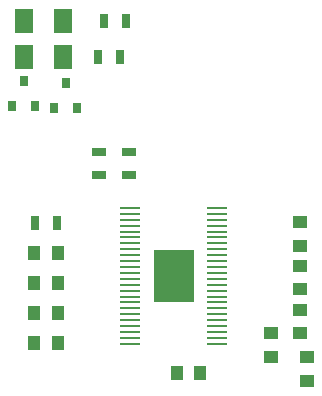
<source format=gtp>
G04 #@! TF.FileFunction,Paste,Top*
%FSLAX46Y46*%
G04 Gerber Fmt 4.6, Leading zero omitted, Abs format (unit mm)*
G04 Created by KiCad (PCBNEW (2015-07-25 BZR 5993)-product) date Sun 30 Aug 2015 03:09:10 PM PDT*
%MOMM*%
G01*
G04 APERTURE LIST*
%ADD10C,0.100000*%
%ADD11R,1.676400X0.279400*%
%ADD12R,3.479800X4.419600*%
%ADD13R,1.524000X2.032000*%
%ADD14R,0.797560X0.899160*%
%ADD15R,1.000000X1.250000*%
%ADD16R,1.250000X1.000000*%
%ADD17R,0.700000X1.300000*%
%ADD18R,1.300000X0.700000*%
G04 APERTURE END LIST*
D10*
G36*
X142748000Y-67487800D02*
X142748000Y-68757800D01*
X144297400Y-68757800D01*
X144297400Y-67487800D01*
X142748000Y-67487800D01*
G37*
G36*
X142748000Y-68961000D02*
X142748000Y-70231000D01*
X144297400Y-70231000D01*
X144297400Y-68961000D01*
X142748000Y-68961000D01*
G37*
G36*
X142748000Y-70434200D02*
X142748000Y-71704200D01*
X144297400Y-71704200D01*
X144297400Y-70434200D01*
X142748000Y-70434200D01*
G37*
G36*
X144500600Y-67487800D02*
X144500600Y-68757800D01*
X146050000Y-68757800D01*
X146050000Y-67487800D01*
X144500600Y-67487800D01*
G37*
G36*
X144500600Y-68961000D02*
X144500600Y-70231000D01*
X146050000Y-70231000D01*
X146050000Y-68961000D01*
X144500600Y-68961000D01*
G37*
G36*
X144500600Y-70434200D02*
X144500600Y-71704200D01*
X146050000Y-71704200D01*
X146050000Y-70434200D01*
X144500600Y-70434200D01*
G37*
D11*
X140728700Y-63846000D03*
X140728700Y-64345997D03*
X140728700Y-64845997D03*
X140728700Y-65345997D03*
X140728700Y-65845994D03*
X140728700Y-66345994D03*
X140728700Y-66845994D03*
X140728700Y-67345991D03*
X140728700Y-67845991D03*
X140728700Y-68345991D03*
X140728700Y-68845987D03*
X140728700Y-69346012D03*
X140728700Y-69845988D03*
X140728700Y-70346013D03*
X140728700Y-70846009D03*
X140728700Y-71346009D03*
X140728700Y-71846009D03*
X140728700Y-72346006D03*
X140728700Y-72846006D03*
X140728700Y-73346006D03*
X140728700Y-73846003D03*
X140728700Y-74346003D03*
X140728700Y-74846003D03*
X140728700Y-75346000D03*
X148069300Y-75346000D03*
X148069300Y-74846003D03*
X148069300Y-74346003D03*
X148069300Y-73846003D03*
X148069300Y-73346006D03*
X148069300Y-72846006D03*
X148069300Y-72346006D03*
X148069300Y-71846009D03*
X148069300Y-71346009D03*
X148069300Y-70846009D03*
X148069300Y-70346013D03*
X148069300Y-69845988D03*
X148069300Y-69346012D03*
X148069300Y-68845987D03*
X148069300Y-68345991D03*
X148069300Y-67845991D03*
X148069300Y-67345991D03*
X148069300Y-66845994D03*
X148069300Y-66345994D03*
X148069300Y-65845994D03*
X148069300Y-65345997D03*
X148069300Y-64845997D03*
X148069300Y-64345997D03*
X148069300Y-63846000D03*
D12*
X144399000Y-69596000D03*
D13*
X135001000Y-48006000D03*
X131699000Y-48006000D03*
X135001000Y-51054000D03*
X131699000Y-51054000D03*
D14*
X130749040Y-55227220D03*
X132648960Y-55227220D03*
X131699000Y-53129180D03*
X134305040Y-55354220D03*
X136204960Y-55354220D03*
X135255000Y-53256180D03*
D15*
X134604000Y-75311000D03*
X132604000Y-75311000D03*
X134604000Y-72771000D03*
X132604000Y-72771000D03*
X134604000Y-67691000D03*
X132604000Y-67691000D03*
X146669000Y-77851000D03*
X144669000Y-77851000D03*
X132604000Y-70231000D03*
X134604000Y-70231000D03*
D16*
X155702000Y-78470000D03*
X155702000Y-76470000D03*
X152654000Y-76438000D03*
X152654000Y-74438000D03*
X155092000Y-74456800D03*
X155092000Y-72456800D03*
X155067000Y-70723000D03*
X155067000Y-68723000D03*
X155067000Y-67040000D03*
X155067000Y-65040000D03*
D17*
X138496000Y-48006000D03*
X140396000Y-48006000D03*
X137988000Y-51054000D03*
X139888000Y-51054000D03*
D18*
X140589000Y-59121000D03*
X140589000Y-61021000D03*
X138049000Y-59121000D03*
X138049000Y-61021000D03*
D17*
X134554000Y-65151000D03*
X132654000Y-65151000D03*
M02*

</source>
